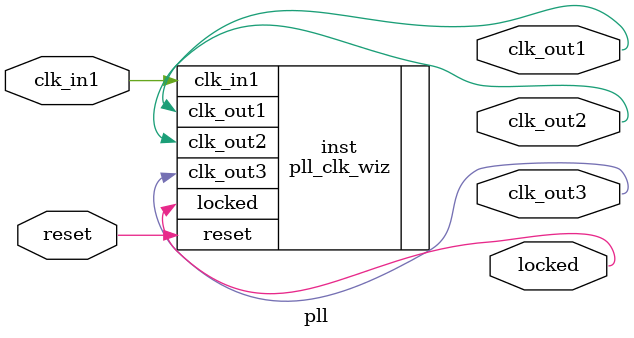
<source format=v>


`timescale 1ps/1ps

(* CORE_GENERATION_INFO = "pll,clk_wiz_v5_4_1_0,{component_name=pll,use_phase_alignment=true,use_min_o_jitter=false,use_max_i_jitter=false,use_dyn_phase_shift=false,use_inclk_switchover=false,use_dyn_reconfig=false,enable_axi=0,feedback_source=FDBK_AUTO,PRIMITIVE=MMCM,num_out_clk=3,clkin1_period=10.000,clkin2_period=10.000,use_power_down=false,use_reset=true,use_locked=true,use_inclk_stopped=false,feedback_type=SINGLE,CLOCK_MGR_TYPE=NA,manual_override=false}" *)

module pll 
 (
  // Clock out ports
  output        clk_out1,
  output        clk_out2,
  output        clk_out3,
  // Status and control signals
  input         reset,
  output        locked,
 // Clock in ports
  input         clk_in1
 );

  pll_clk_wiz inst
  (
  // Clock out ports  
  .clk_out1(clk_out1),
  .clk_out2(clk_out2),
  .clk_out3(clk_out3),
  // Status and control signals               
  .reset(reset), 
  .locked(locked),
 // Clock in ports
  .clk_in1(clk_in1)
  );

endmodule

</source>
